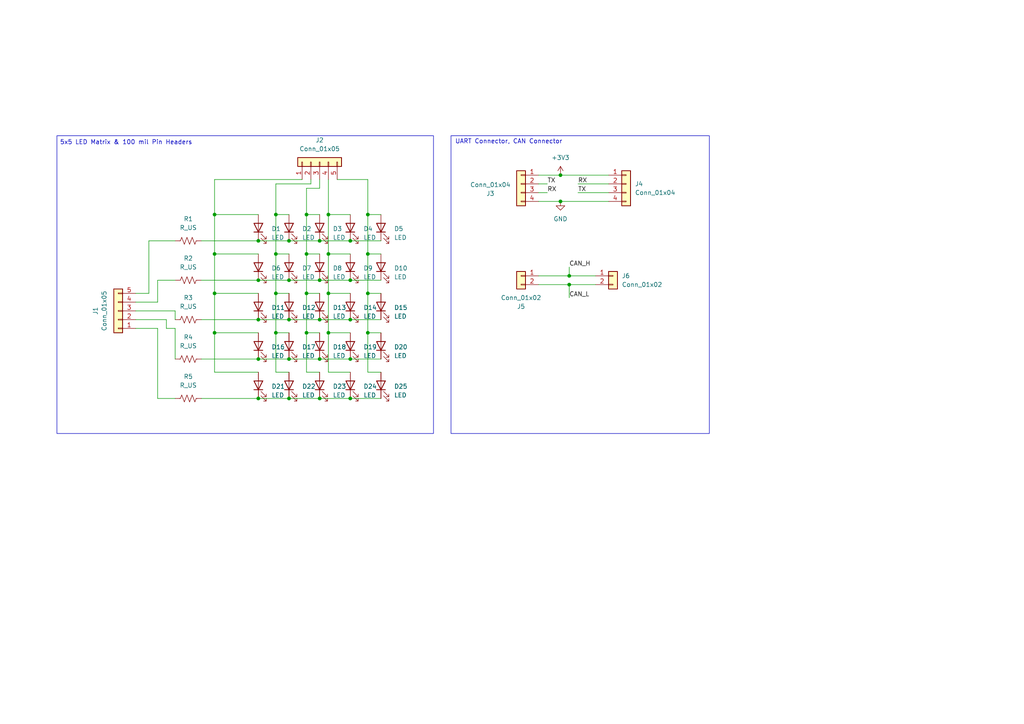
<source format=kicad_sch>
(kicad_sch (version 20231120) (generator "eeschema") (generator_version "8.0")
  (paper "A4")
  (lib_symbols
    (symbol "Connector_Generic:Conn_01x02" (pin_names (offset 1.016) hide)
      (property "Reference" "J" (at 0 2.54 0))
      (property "Value" "Conn_01x02" (at 0 -5.08 0))
      (symbol "Conn_01x02_1_1"
        (rectangle (start -1.27 -2.413) (end 0 -2.667) (stroke (width 0.1524)))
        (rectangle (start -1.27 0.127) (end 0 -0.127) (stroke (width 0.1524)))
        (rectangle (start -1.27 1.27) (end 1.27 -3.81) (stroke (width 0.254)) (fill (type background)))
        (pin passive line (at -5.08 0 0) (length 3.81) (name "Pin_1") (number "1"))
        (pin passive line (at -5.08 -2.54 0) (length 3.81) (name "Pin_2") (number "2"))
      )
    )
    (symbol "Connector_Generic:Conn_01x04" (pin_names (offset 1.016) hide)
      (property "Reference" "J" (at 0 5.08 0))
      (property "Value" "Conn_01x04" (at 0 -7.62 0))
      (symbol "Conn_01x04_1_1"
        (rectangle (start -1.27 -4.953) (end 0 -5.207) (stroke (width 0.1524)))
        (rectangle (start -1.27 -2.413) (end 0 -2.667) (stroke (width 0.1524)))
        (rectangle (start -1.27 0.127) (end 0 -0.127) (stroke (width 0.1524)))
        (rectangle (start -1.27 2.667) (end 0 2.413) (stroke (width 0.1524)))
        (rectangle (start -1.27 3.81) (end 1.27 -6.35) (stroke (width 0.254)) (fill (type background)))
        (pin passive line (at -5.08 2.54 0) (length 3.81) (name "Pin_1") (number "1"))
        (pin passive line (at -5.08 0 0) (length 3.81) (name "Pin_2") (number "2"))
        (pin passive line (at -5.08 -2.54 0) (length 3.81) (name "Pin_3") (number "3"))
        (pin passive line (at -5.08 -5.08 0) (length 3.81) (name "Pin_4") (number "4"))
      )
    )
    (symbol "Connector_Generic:Conn_01x05" (pin_names (offset 1.016) hide)
      (property "Reference" "J" (at 0 7.62 0))
      (property "Value" "Conn_01x05" (at 0 -7.62 0))
      (symbol "Conn_01x05_1_1"
        (rectangle (start -1.27 -4.953) (end 0 -5.207) (stroke (width 0.1524)))
        (rectangle (start -1.27 -2.413) (end 0 -2.667) (stroke (width 0.1524)))
        (rectangle (start -1.27 0.127) (end 0 -0.127) (stroke (width 0.1524)))
        (rectangle (start -1.27 2.667) (end 0 2.413) (stroke (width 0.1524)))
        (rectangle (start -1.27 5.207) (end 0 4.953) (stroke (width 0.1524)))
        (rectangle (start -1.27 6.35) (end 1.27 -6.35) (stroke (width 0.254)) (fill (type background)))
        (pin passive line (at -5.08 5.08 0) (length 3.81) (name "Pin_1") (number "1"))
        (pin passive line (at -5.08 2.54 0) (length 3.81) (name "Pin_2") (number "2"))
        (pin passive line (at -5.08 0 0) (length 3.81) (name "Pin_3") (number "3"))
        (pin passive line (at -5.08 -2.54 0) (length 3.81) (name "Pin_4") (number "4"))
        (pin passive line (at -5.08 -5.08 0) (length 3.81) (name "Pin_5") (number "5"))
      )
    )
    (symbol "Device:LED" (pin_numbers hide) (pin_names (offset 1.016) hide)
      (property "Reference" "D" (at 0 2.54 0))
      (property "Value" "LED" (at 0 -2.54 0))
      (symbol "LED_0_1"
        (polyline (pts (xy -1.27 -1.27) (xy -1.27 1.27)) (stroke (width 0.254)))
        (polyline (pts (xy -1.27 0) (xy 1.27 0)))
        (polyline (pts (xy 1.27 -1.27) (xy 1.27 1.27) (xy -1.27 0) (xy 1.27 -1.27)) (stroke (width 0.254)))
        (polyline (pts (xy -3.048 -0.762) (xy -4.572 -2.286) (xy -3.81 -2.286) (xy -4.572 -2.286) (xy -4.572 -1.524)))
        (polyline (pts (xy -1.778 -0.762) (xy -3.302 -2.286) (xy -2.54 -2.286) (xy -3.302 -2.286) (xy -3.302 -1.524)))
      )
      (symbol "LED_1_1"
        (pin passive line (at -3.81 0 0) (length 2.54) (name "K") (number "1"))
        (pin passive line (at 3.81 0 180) (length 2.54) (name "A") (number "2"))
      )
    )
    (symbol "Device:R_US" (pin_numbers hide) (pin_names (offset 0))
      (property "Reference" "R" (at 2.54 0 90))
      (property "Value" "R_US" (at -2.54 0 90))
      (symbol "R_US_0_1"
        (polyline (pts (xy 0 -2.286) (xy 0 -2.54)))
        (polyline (pts (xy 0 2.286) (xy 0 2.54)))
        (polyline (pts (xy 0 -0.762) (xy 1.016 -1.143) (xy 0 -1.524) (xy -1.016 -1.905) (xy 0 -2.286)))
        (polyline (pts (xy 0 0.762) (xy 1.016 0.381) (xy 0 0) (xy -1.016 -0.381) (xy 0 -0.762)))
        (polyline (pts (xy 0 2.286) (xy 1.016 1.905) (xy 0 1.524) (xy -1.016 1.143) (xy 0 0.762)))
      )
      (symbol "R_US_1_1"
        (pin passive line (at 0 3.81 270) (length 1.27) (name "~") (number "1"))
        (pin passive line (at 0 -3.81 90) (length 1.27) (name "~") (number "2"))
      )
    )
    (symbol "power:+3V3" (power) (pin_numbers hide) (pin_names (offset 0) hide)
      (property "Value" "+3V3" (at 0 3.556 0))
      (symbol "+3V3_0_1"
        (polyline (pts (xy -0.762 1.27) (xy 0 2.54)))
        (polyline (pts (xy 0 0) (xy 0 2.54)))
        (polyline (pts (xy 0 2.54) (xy 0.762 1.27)))
      )
      (symbol "+3V3_1_1"
        (pin power_in line (at 0 0 90) (length 0) (name "~") (number "1"))
      )
    )
    (symbol "power:GND" (power) (pin_numbers hide) (pin_names (offset 0) hide)
      (property "Value" "GND" (at 0 -3.81 0))
      (symbol "GND_0_1"
        (polyline (pts (xy 0 0) (xy 0 -1.27) (xy 1.27 -1.27) (xy 0 -2.54) (xy -1.27 -1.27) (xy 0 -1.27)))
      )
      (symbol "GND_1_1"
        (pin power_in line (at 0 0 270) (length 0) (name "~") (number "1"))
      )
    )
  )
  (junction (at 62.23 96.52))
  (junction (at 162.56 50.8))
  (junction (at 106.68 73.66))
  (junction (at 95.25 62.23))
  (junction (at 83.82 104.14))
  (junction (at 83.82 69.85))
  (junction (at 74.93 81.28))
  (junction (at 80.01 73.66))
  (junction (at 74.93 92.71))
  (junction (at 92.71 69.85))
  (junction (at 83.82 92.71))
  (junction (at 95.25 85.09))
  (junction (at 83.82 115.57))
  (junction (at 92.71 81.28))
  (junction (at 106.68 96.52))
  (junction (at 92.71 92.71))
  (junction (at 80.01 85.09))
  (junction (at 88.9 96.52))
  (junction (at 106.68 62.23))
  (junction (at 83.82 81.28))
  (junction (at 165.1 80.01))
  (junction (at 106.68 85.09))
  (junction (at 62.23 85.09))
  (junction (at 62.23 73.66))
  (junction (at 101.6 69.85))
  (junction (at 92.71 104.14))
  (junction (at 95.25 96.52))
  (junction (at 101.6 115.57))
  (junction (at 80.01 96.52))
  (junction (at 88.9 85.09))
  (junction (at 88.9 73.66))
  (junction (at 101.6 104.14))
  (junction (at 101.6 81.28))
  (junction (at 92.71 115.57))
  (junction (at 74.93 69.85))
  (junction (at 74.93 104.14))
  (junction (at 101.6 92.71))
  (junction (at 165.1 82.55))
  (junction (at 80.01 62.23))
  (junction (at 74.93 115.57))
  (junction (at 88.9 62.23))
  (junction (at 62.23 62.23))
  (junction (at 162.56 58.42))
  (junction (at 95.25 73.66))
  (wire (pts (xy 80.01 53.34) (xy 80.01 62.23)))
  (wire (pts (xy 95.25 85.09) (xy 95.25 96.52)))
  (wire (pts (xy 106.68 73.66) (xy 106.68 85.09)))
  (wire (pts (xy 74.93 81.28) (xy 83.82 81.28)))
  (wire (pts (xy 62.23 96.52) (xy 62.23 107.95)))
  (wire (pts (xy 74.93 92.71) (xy 83.82 92.71)))
  (wire (pts (xy 50.8 95.25) (xy 48.26 95.25)))
  (wire (pts (xy 43.18 85.09) (xy 39.37 85.09)))
  (wire (pts (xy 62.23 52.07) (xy 87.63 52.07)))
  (wire (pts (xy 156.21 50.8) (xy 162.56 50.8)))
  (wire (pts (xy 62.23 52.07) (xy 62.23 62.23)))
  (wire (pts (xy 92.71 52.07) (xy 92.71 54.61)))
  (wire (pts (xy 50.8 92.71) (xy 50.8 90.17)))
  (wire (pts (xy 80.01 107.95) (xy 83.82 107.95)))
  (wire (pts (xy 101.6 115.57) (xy 110.49 115.57)))
  (wire (pts (xy 101.6 69.85) (xy 110.49 69.85)))
  (wire (pts (xy 106.68 62.23) (xy 106.68 73.66)))
  (wire (pts (xy 106.68 96.52) (xy 110.49 96.52)))
  (wire (pts (xy 165.1 86.36) (xy 165.1 82.55)))
  (wire (pts (xy 156.21 58.42) (xy 162.56 58.42)))
  (wire (pts (xy 95.25 52.07) (xy 95.25 62.23)))
  (wire (pts (xy 39.37 90.17) (xy 50.8 90.17)))
  (wire (pts (xy 62.23 73.66) (xy 74.93 73.66)))
  (wire (pts (xy 48.26 95.25) (xy 48.26 92.71)))
  (wire (pts (xy 156.21 80.01) (xy 165.1 80.01)))
  (wire (pts (xy 80.01 85.09) (xy 83.82 85.09)))
  (wire (pts (xy 95.25 73.66) (xy 101.6 73.66)))
  (wire (pts (xy 62.23 73.66) (xy 62.23 85.09)))
  (wire (pts (xy 162.56 50.8) (xy 176.53 50.8)))
  (wire (pts (xy 45.72 81.28) (xy 45.72 87.63)))
  (wire (pts (xy 80.01 62.23) (xy 83.82 62.23)))
  (wire (pts (xy 95.25 107.95) (xy 101.6 107.95)))
  (wire (pts (xy 80.01 73.66) (xy 80.01 85.09)))
  (wire (pts (xy 88.9 62.23) (xy 92.71 62.23)))
  (wire (pts (xy 88.9 73.66) (xy 92.71 73.66)))
  (wire (pts (xy 88.9 85.09) (xy 92.71 85.09)))
  (wire (pts (xy 90.17 53.34) (xy 80.01 53.34)))
  (wire (pts (xy 80.01 85.09) (xy 80.01 96.52)))
  (wire (pts (xy 45.72 115.57) (xy 45.72 95.25)))
  (wire (pts (xy 106.68 73.66) (xy 110.49 73.66)))
  (wire (pts (xy 95.25 85.09) (xy 101.6 85.09)))
  (wire (pts (xy 101.6 81.28) (xy 110.49 81.28)))
  (wire (pts (xy 90.17 52.07) (xy 90.17 53.34)))
  (wire (pts (xy 88.9 85.09) (xy 88.9 96.52)))
  (wire (pts (xy 162.56 58.42) (xy 176.53 58.42)))
  (wire (pts (xy 165.1 82.55) (xy 156.21 82.55)))
  (wire (pts (xy 106.68 52.07) (xy 106.68 62.23)))
  (wire (pts (xy 50.8 69.85) (xy 43.18 69.85)))
  (wire (pts (xy 39.37 95.25) (xy 45.72 95.25)))
  (wire (pts (xy 58.42 104.14) (xy 74.93 104.14)))
  (wire (pts (xy 58.42 115.57) (xy 74.93 115.57)))
  (wire (pts (xy 165.1 80.01) (xy 172.72 80.01)))
  (wire (pts (xy 95.25 62.23) (xy 95.25 73.66)))
  (wire (pts (xy 50.8 104.14) (xy 50.8 95.25)))
  (wire (pts (xy 106.68 62.23) (xy 110.49 62.23)))
  (wire (pts (xy 95.25 62.23) (xy 101.6 62.23)))
  (wire (pts (xy 83.82 92.71) (xy 92.71 92.71)))
  (wire (pts (xy 74.93 69.85) (xy 83.82 69.85)))
  (wire (pts (xy 106.68 107.95) (xy 110.49 107.95)))
  (wire (pts (xy 101.6 104.14) (xy 110.49 104.14)))
  (wire (pts (xy 74.93 115.57) (xy 83.82 115.57)))
  (wire (pts (xy 92.71 81.28) (xy 101.6 81.28)))
  (wire (pts (xy 106.68 85.09) (xy 110.49 85.09)))
  (wire (pts (xy 95.25 73.66) (xy 95.25 85.09)))
  (wire (pts (xy 48.26 92.71) (xy 39.37 92.71)))
  (wire (pts (xy 45.72 87.63) (xy 39.37 87.63)))
  (wire (pts (xy 62.23 62.23) (xy 74.93 62.23)))
  (wire (pts (xy 158.75 55.88) (xy 156.21 55.88)))
  (wire (pts (xy 62.23 85.09) (xy 62.23 96.52)))
  (wire (pts (xy 62.23 107.95) (xy 74.93 107.95)))
  (wire (pts (xy 88.9 73.66) (xy 88.9 85.09)))
  (wire (pts (xy 88.9 96.52) (xy 88.9 107.95)))
  (wire (pts (xy 62.23 62.23) (xy 62.23 73.66)))
  (wire (pts (xy 62.23 96.52) (xy 74.93 96.52)))
  (wire (pts (xy 95.25 96.52) (xy 101.6 96.52)))
  (wire (pts (xy 88.9 54.61) (xy 88.9 62.23)))
  (wire (pts (xy 88.9 96.52) (xy 92.71 96.52)))
  (wire (pts (xy 95.25 96.52) (xy 95.25 107.95)))
  (wire (pts (xy 172.72 82.55) (xy 165.1 82.55)))
  (wire (pts (xy 62.23 85.09) (xy 74.93 85.09)))
  (wire (pts (xy 83.82 69.85) (xy 92.71 69.85)))
  (wire (pts (xy 50.8 81.28) (xy 45.72 81.28)))
  (wire (pts (xy 83.82 81.28) (xy 92.71 81.28)))
  (wire (pts (xy 92.71 92.71) (xy 101.6 92.71)))
  (wire (pts (xy 83.82 104.14) (xy 92.71 104.14)))
  (wire (pts (xy 83.82 115.57) (xy 92.71 115.57)))
  (wire (pts (xy 101.6 92.71) (xy 110.49 92.71)))
  (wire (pts (xy 58.42 92.71) (xy 74.93 92.71)))
  (wire (pts (xy 165.1 80.01) (xy 165.1 77.47)))
  (wire (pts (xy 80.01 73.66) (xy 83.82 73.66)))
  (wire (pts (xy 80.01 62.23) (xy 80.01 73.66)))
  (wire (pts (xy 92.71 115.57) (xy 101.6 115.57)))
  (wire (pts (xy 43.18 69.85) (xy 43.18 85.09)))
  (wire (pts (xy 106.68 96.52) (xy 106.68 107.95)))
  (wire (pts (xy 97.79 52.07) (xy 106.68 52.07)))
  (wire (pts (xy 74.93 104.14) (xy 83.82 104.14)))
  (wire (pts (xy 80.01 96.52) (xy 80.01 107.95)))
  (wire (pts (xy 106.68 85.09) (xy 106.68 96.52)))
  (wire (pts (xy 92.71 69.85) (xy 101.6 69.85)))
  (wire (pts (xy 58.42 69.85) (xy 74.93 69.85)))
  (wire (pts (xy 88.9 107.95) (xy 92.71 107.95)))
  (wire (pts (xy 92.71 54.61) (xy 88.9 54.61)))
  (wire (pts (xy 58.42 81.28) (xy 74.93 81.28)))
  (wire (pts (xy 88.9 62.23) (xy 88.9 73.66)))
  (wire (pts (xy 92.71 104.14) (xy 101.6 104.14)))
  (wire (pts (xy 156.21 53.34) (xy 158.75 53.34)))
  (wire (pts (xy 50.8 115.57) (xy 45.72 115.57)))
  (wire (pts (xy 80.01 96.52) (xy 83.82 96.52)))
  (wire (pts (xy 176.53 55.88) (xy 167.64 55.88)))
  (wire (pts (xy 167.64 53.34) (xy 176.53 53.34)))
  (rectangle (start 130.81 39.37) (end 205.74 125.73))
  (rectangle (start 16.51 39.37) (end 125.73 125.73))
  (text "UART Connector, CAN Connector" (at 147.574 41.148 0) (effects (font (size 1.27 1.27))))
  (text "5x5 LED Matrix & 100 mil Pin Headers" (at 36.576 41.402 0) (effects (font (size 1.27 1.27))))
  (label "RX" (at 167.64 53.34 0))
  (label "CAN_H" (at 165.1 77.47 0))
  (label "CAN_L" (at 165.1 86.36 0))
  (label "RX" (at 158.75 55.88 0))
  (label "TX" (at 167.64 55.88 0))
  (label "TX" (at 158.75 53.34 0))
  (symbol (lib_id "Device:R_US") (at 54.61 69.85 90) (unit 1)
    (property "Reference" "R1" (at 54.61 63.5 90))
    (property "Value" "R_US" (at 54.61 66.04 90))
    (property "Footprint" "Resistor_THT:R_Axial_DIN0207_L6.3mm_D2.5mm_P7.62mm_Horizontal" (effects (hide yes)))
    (property "Description" "Resistor, US symbol" (effects (hide yes)))
  )
  (symbol (lib_id "Device:LED") (at 74.93 66.04 90) (unit 1)
    (property "Reference" "D1" (at 78.74 66.3574 90) (effects (justify right)))
    (property "Value" "LED" (at 78.74 68.8974 90) (effects (justify right)))
    (property "Footprint" "LED_THT:LED_D3.0mm" (effects (hide yes)))
    (property "Description" "Light emitting diode" (effects (hide yes)))
  )
  (symbol (lib_id "Device:R_US") (at 54.61 115.57 90) (unit 1)
    (property "Reference" "R5" (at 54.61 109.22 90))
    (property "Value" "R_US" (at 54.61 111.76 90))
    (property "Footprint" "Resistor_THT:R_Axial_DIN0207_L6.3mm_D2.5mm_P7.62mm_Horizontal" (effects (hide yes)))
    (property "Description" "Resistor, US symbol" (effects (hide yes)))
  )
  (symbol (lib_id "Device:LED") (at 92.71 66.04 90) (unit 1)
    (property "Reference" "D3" (at 96.52 66.3574 90) (effects (justify right)))
    (property "Value" "LED" (at 96.52 68.8974 90) (effects (justify right)))
    (property "Footprint" "LED_THT:LED_D3.0mm" (effects (hide yes)))
    (property "Description" "Light emitting diode" (effects (hide yes)))
  )
  (symbol (lib_id "Device:LED") (at 83.82 100.33 90) (unit 1)
    (property "Reference" "D17" (at 87.63 100.6474 90) (effects (justify right)))
    (property "Value" "LED" (at 87.63 103.1874 90) (effects (justify right)))
    (property "Footprint" "LED_THT:LED_D3.0mm" (effects (hide yes)))
    (property "Description" "Light emitting diode" (effects (hide yes)))
  )
  (symbol (lib_id "Device:LED") (at 101.6 88.9 90) (unit 1)
    (property "Reference" "D14" (at 105.41 89.2174 90) (effects (justify right)))
    (property "Value" "LED" (at 105.41 91.7574 90) (effects (justify right)))
    (property "Footprint" "LED_THT:LED_D3.0mm" (effects (hide yes)))
    (property "Description" "Light emitting diode" (effects (hide yes)))
  )
  (symbol (lib_id "Device:LED") (at 74.93 111.76 90) (unit 1)
    (property "Reference" "D21" (at 78.74 112.0774 90) (effects (justify right)))
    (property "Value" "LED" (at 78.74 114.6174 90) (effects (justify right)))
    (property "Footprint" "LED_THT:LED_D3.0mm" (effects (hide yes)))
    (property "Description" "Light emitting diode" (effects (hide yes)))
  )
  (symbol (lib_id "Connector_Generic:Conn_01x04") (at 181.61 53.34 0) (unit 1)
    (property "Reference" "J4" (at 184.15 53.3399 0) (effects (justify left)))
    (property "Value" "Conn_01x04" (at 184.15 55.8799 0) (effects (justify left)))
    (property "Footprint" "Connector_JST:JST_GH_BM04B-GHS-TBT_1x04-1MP_P1.25mm_Vertical" (effects (hide yes)))
    (property "Description" "Generic connector, single row, 01x04, script generated (kicad-library-utils/schlib/autogen/connector/)" (effects (hide yes)))
  )
  (symbol (lib_id "Device:LED") (at 101.6 100.33 90) (unit 1)
    (property "Reference" "D19" (at 105.41 100.6474 90) (effects (justify right)))
    (property "Value" "LED" (at 105.41 103.1874 90) (effects (justify right)))
    (property "Footprint" "LED_THT:LED_D3.0mm" (effects (hide yes)))
    (property "Description" "Light emitting diode" (effects (hide yes)))
  )
  (symbol (lib_id "Device:LED") (at 110.49 77.47 90) (unit 1)
    (property "Reference" "D10" (at 114.3 77.7874 90) (effects (justify right)))
    (property "Value" "LED" (at 114.3 80.3274 90) (effects (justify right)))
    (property "Footprint" "LED_THT:LED_D3.0mm" (effects (hide yes)))
    (property "Description" "Light emitting diode" (effects (hide yes)))
  )
  (symbol (lib_id "Device:R_US") (at 54.61 104.14 90) (unit 1)
    (property "Reference" "R4" (at 54.61 97.79 90))
    (property "Value" "R_US" (at 54.61 100.33 90))
    (property "Footprint" "Resistor_THT:R_Axial_DIN0207_L6.3mm_D2.5mm_P7.62mm_Horizontal" (effects (hide yes)))
    (property "Description" "Resistor, US symbol" (effects (hide yes)))
  )
  (symbol (lib_id "Connector_Generic:Conn_01x05") (at 34.29 90.17 180) (unit 1)
    (property "Reference" "J1" (at 27.686 90.17 90))
    (property "Value" "Conn_01x05" (at 30.226 90.17 90))
    (property "Footprint" "Connector_PinHeader_2.54mm:PinHeader_1x05_P2.54mm_Vertical" (effects (hide yes)))
    (property "Description" "Generic connector, single row, 01x05, script generated (kicad-library-utils/schlib/autogen/connector/)" (effects (hide yes)))
  )
  (symbol (lib_id "Connector_Generic:Conn_01x04") (at 151.13 53.34 0) (mirror y) (unit 1)
    (property "Reference" "J3" (at 142.24 56.134 0))
    (property "Value" "Conn_01x04" (at 142.24 53.594 0))
    (property "Footprint" "Connector_JST:JST_GH_BM04B-GHS-TBT_1x04-1MP_P1.25mm_Vertical" (effects (hide yes)))
    (property "Description" "Generic connector, single row, 01x04, script generated (kicad-library-utils/schlib/autogen/connector/)" (effects (hide yes)))
  )
  (symbol (lib_id "Device:LED") (at 110.49 88.9 90) (unit 1)
    (property "Reference" "D15" (at 114.3 89.2174 90) (effects (justify right)))
    (property "Value" "LED" (at 114.3 91.7574 90) (effects (justify right)))
    (property "Footprint" "LED_THT:LED_D3.0mm" (effects (hide yes)))
    (property "Description" "Light emitting diode" (effects (hide yes)))
  )
  (symbol (lib_id "Device:LED") (at 74.93 100.33 90) (unit 1)
    (property "Reference" "D16" (at 78.74 100.6474 90) (effects (justify right)))
    (property "Value" "LED" (at 78.74 103.1874 90) (effects (justify right)))
    (property "Footprint" "LED_THT:LED_D3.0mm" (effects (hide yes)))
    (property "Description" "Light emitting diode" (effects (hide yes)))
  )
  (symbol (lib_id "Device:LED") (at 92.71 88.9 90) (unit 1)
    (property "Reference" "D13" (at 96.52 89.2174 90) (effects (justify right)))
    (property "Value" "LED" (at 96.52 91.7574 90) (effects (justify right)))
    (property "Footprint" "LED_THT:LED_D3.0mm" (effects (hide yes)))
    (property "Description" "Light emitting diode" (effects (hide yes)))
  )
  (symbol (lib_id "power:+3V3") (at 162.56 50.8 0) (unit 1)
    (property "Reference" "#PWR01" (effects (hide yes)))
    (property "Value" "+3V3" (at 162.56 45.72 0))
    (property "Description" "Power symbol creates a global label with name \"+3V3\"" (effects (hide yes)))
  )
  (symbol (lib_id "Device:R_US") (at 54.61 81.28 90) (unit 1)
    (property "Reference" "R2" (at 54.61 74.93 90))
    (property "Value" "R_US" (at 54.61 77.47 90))
    (property "Footprint" "Resistor_THT:R_Axial_DIN0207_L6.3mm_D2.5mm_P7.62mm_Horizontal" (effects (hide yes)))
    (property "Description" "Resistor, US symbol" (effects (hide yes)))
  )
  (symbol (lib_id "Device:LED") (at 110.49 100.33 90) (unit 1)
    (property "Reference" "D20" (at 114.3 100.6474 90) (effects (justify right)))
    (property "Value" "LED" (at 114.3 103.1874 90) (effects (justify right)))
    (property "Footprint" "LED_THT:LED_D3.0mm" (effects (hide yes)))
    (property "Description" "Light emitting diode" (effects (hide yes)))
  )
  (symbol (lib_id "Device:LED") (at 92.71 100.33 90) (unit 1)
    (property "Reference" "D18" (at 96.52 100.6474 90) (effects (justify right)))
    (property "Value" "LED" (at 96.52 103.1874 90) (effects (justify right)))
    (property "Footprint" "LED_THT:LED_D3.0mm" (effects (hide yes)))
    (property "Description" "Light emitting diode" (effects (hide yes)))
  )
  (symbol (lib_id "Device:LED") (at 92.71 77.47 90) (unit 1)
    (property "Reference" "D8" (at 96.52 77.7874 90) (effects (justify right)))
    (property "Value" "LED" (at 96.52 80.3274 90) (effects (justify right)))
    (property "Footprint" "LED_THT:LED_D3.0mm" (effects (hide yes)))
    (property "Description" "Light emitting diode" (effects (hide yes)))
  )
  (symbol (lib_id "Connector_Generic:Conn_01x02") (at 177.8 80.01 0) (unit 1)
    (property "Reference" "J6" (at 180.34 80.0099 0) (effects (justify left)))
    (property "Value" "Conn_01x02" (at 180.34 82.5499 0) (effects (justify left)))
    (property "Footprint" "Connector_JST:JST_GH_BM02B-GHS-TBT_1x02-1MP_P1.25mm_Vertical" (effects (hide yes)))
    (property "Description" "Generic connector, single row, 01x02, script generated (kicad-library-utils/schlib/autogen/connector/)" (effects (hide yes)))
  )
  (symbol (lib_id "Device:LED") (at 83.82 66.04 90) (unit 1)
    (property "Reference" "D2" (at 87.63 66.3574 90) (effects (justify right)))
    (property "Value" "LED" (at 87.63 68.8974 90) (effects (justify right)))
    (property "Footprint" "LED_THT:LED_D3.0mm" (effects (hide yes)))
    (property "Description" "Light emitting diode" (effects (hide yes)))
  )
  (symbol (lib_id "Device:LED") (at 83.82 77.47 90) (unit 1)
    (property "Reference" "D7" (at 87.63 77.7874 90) (effects (justify right)))
    (property "Value" "LED" (at 87.63 80.3274 90) (effects (justify right)))
    (property "Footprint" "LED_THT:LED_D3.0mm" (effects (hide yes)))
    (property "Description" "Light emitting diode" (effects (hide yes)))
  )
  (symbol (lib_id "Device:R_US") (at 54.61 92.71 90) (unit 1)
    (property "Reference" "R3" (at 54.61 86.36 90))
    (property "Value" "R_US" (at 54.61 88.9 90))
    (property "Footprint" "Resistor_THT:R_Axial_DIN0207_L6.3mm_D2.5mm_P7.62mm_Horizontal" (effects (hide yes)))
    (property "Description" "Resistor, US symbol" (effects (hide yes)))
  )
  (symbol (lib_id "Device:LED") (at 92.71 111.76 90) (unit 1)
    (property "Reference" "D23" (at 96.52 112.0774 90) (effects (justify right)))
    (property "Value" "LED" (at 96.52 114.6174 90) (effects (justify right)))
    (property "Footprint" "LED_THT:LED_D3.0mm" (effects (hide yes)))
    (property "Description" "Light emitting diode" (effects (hide yes)))
  )
  (symbol (lib_id "Device:LED") (at 101.6 111.76 90) (unit 1)
    (property "Reference" "D24" (at 105.41 112.0774 90) (effects (justify right)))
    (property "Value" "LED" (at 105.41 114.6174 90) (effects (justify right)))
    (property "Footprint" "LED_THT:LED_D3.0mm" (effects (hide yes)))
    (property "Description" "Light emitting diode" (effects (hide yes)))
  )
  (symbol (lib_id "Device:LED") (at 83.82 111.76 90) (unit 1)
    (property "Reference" "D22" (at 87.63 112.0774 90) (effects (justify right)))
    (property "Value" "LED" (at 87.63 114.6174 90) (effects (justify right)))
    (property "Footprint" "LED_THT:LED_D3.0mm" (effects (hide yes)))
    (property "Description" "Light emitting diode" (effects (hide yes)))
  )
  (symbol (lib_id "Device:LED") (at 101.6 77.47 90) (unit 1)
    (property "Reference" "D9" (at 105.41 77.7874 90) (effects (justify right)))
    (property "Value" "LED" (at 105.41 80.3274 90) (effects (justify right)))
    (property "Footprint" "LED_THT:LED_D3.0mm" (effects (hide yes)))
    (property "Description" "Light emitting diode" (effects (hide yes)))
  )
  (symbol (lib_id "Device:LED") (at 74.93 77.47 90) (unit 1)
    (property "Reference" "D6" (at 78.74 77.7874 90) (effects (justify right)))
    (property "Value" "LED" (at 78.74 80.3274 90) (effects (justify right)))
    (property "Footprint" "LED_THT:LED_D3.0mm" (effects (hide yes)))
    (property "Description" "Light emitting diode" (effects (hide yes)))
  )
  (symbol (lib_id "Device:LED") (at 83.82 88.9 90) (unit 1)
    (property "Reference" "D12" (at 87.63 89.2174 90) (effects (justify right)))
    (property "Value" "LED" (at 87.63 91.7574 90) (effects (justify right)))
    (property "Footprint" "LED_THT:LED_D3.0mm" (effects (hide yes)))
    (property "Description" "Light emitting diode" (effects (hide yes)))
  )
  (symbol (lib_id "Device:LED") (at 110.49 66.04 90) (unit 1)
    (property "Reference" "D5" (at 114.3 66.3574 90) (effects (justify right)))
    (property "Value" "LED" (at 114.3 68.8974 90) (effects (justify right)))
    (property "Footprint" "LED_THT:LED_D3.0mm" (effects (hide yes)))
    (property "Description" "Light emitting diode" (effects (hide yes)))
  )
  (symbol (lib_id "power:GND") (at 162.56 58.42 0) (unit 1)
    (property "Reference" "#PWR02" (effects (hide yes)))
    (property "Value" "GND" (at 162.56 63.5 0))
    (property "Description" "Power symbol creates a global label with name \"GND\" , ground" (effects (hide yes)))
  )
  (symbol (lib_id "Connector_Generic:Conn_01x02") (at 151.13 80.01 0) (mirror y) (unit 1)
    (property "Reference" "J5" (at 151.13 88.9 0))
    (property "Value" "Conn_01x02" (at 151.13 86.36 0))
    (property "Footprint" "Connector_JST:JST_GH_BM02B-GHS-TBT_1x02-1MP_P1.25mm_Vertical" (effects (hide yes)))
    (property "Description" "Generic connector, single row, 01x02, script generated (kicad-library-utils/schlib/autogen/connector/)" (effects (hide yes)))
  )
  (symbol (lib_id "Device:LED") (at 74.93 88.9 90) (unit 1)
    (property "Reference" "D11" (at 78.74 89.2174 90) (effects (justify right)))
    (property "Value" "LED" (at 78.74 91.7574 90) (effects (justify right)))
    (property "Footprint" "LED_THT:LED_D3.0mm" (effects (hide yes)))
    (property "Description" "Light emitting diode" (effects (hide yes)))
  )
  (symbol (lib_id "Connector_Generic:Conn_01x05") (at 92.71 46.99 90) (unit 1)
    (property "Reference" "J2" (at 92.71 40.64 90))
    (property "Value" "Conn_01x05" (at 92.71 43.18 90))
    (property "Footprint" "Connector_PinHeader_2.54mm:PinHeader_1x05_P2.54mm_Vertical" (effects (hide yes)))
    (property "Description" "Generic connector, single row, 01x05, script generated (kicad-library-utils/schlib/autogen/connector/)" (effects (hide yes)))
  )
  (symbol (lib_id "Device:LED") (at 101.6 66.04 90) (unit 1)
    (property "Reference" "D4" (at 105.41 66.3574 90) (effects (justify right)))
    (property "Value" "LED" (at 105.41 68.8974 90) (effects (justify right)))
    (property "Footprint" "LED_THT:LED_D3.0mm" (effects (hide yes)))
    (property "Description" "Light emitting diode" (effects (hide yes)))
  )
  (symbol (lib_id "Device:LED") (at 110.49 111.76 90) (unit 1)
    (property "Reference" "D25" (at 114.3 112.0774 90) (effects (justify right)))
    (property "Value" "LED" (at 114.3 114.6174 90) (effects (justify right)))
    (property "Footprint" "LED_THT:LED_D3.0mm" (effects (hide yes)))
    (property "Description" "Light emitting diode" (effects (hide yes)))
  )
)
</source>
